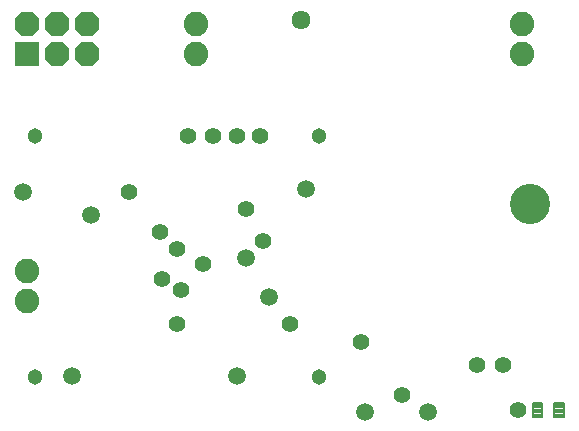
<source format=gbs>
G75*
G70*
%OFA0B0*%
%FSLAX24Y24*%
%IPPOS*%
%LPD*%
%AMOC8*
5,1,8,0,0,1.08239X$1,22.5*
%
%ADD10C,0.1340*%
%ADD11C,0.0513*%
%ADD12R,0.0820X0.0820*%
%ADD13OC8,0.0820*%
%ADD14C,0.0820*%
%ADD15C,0.0083*%
%ADD16C,0.0595*%
%ADD17C,0.0634*%
%ADD18C,0.0556*%
D10*
X017660Y008121D03*
D11*
X001186Y002356D03*
X010635Y002356D03*
X010635Y010387D03*
X001186Y010387D03*
D12*
X000910Y013121D03*
D13*
X001910Y013121D03*
X002910Y013121D03*
X002910Y014121D03*
X001910Y014121D03*
X000910Y014121D03*
D14*
X006535Y014121D03*
X006535Y013121D03*
X000910Y005871D03*
X000910Y004871D03*
X017410Y013121D03*
X017410Y014121D03*
D15*
X017775Y001011D02*
X018087Y001011D01*
X017775Y001011D02*
X017775Y001481D01*
X018087Y001481D01*
X018087Y001011D01*
X018087Y001093D02*
X017775Y001093D01*
X017775Y001175D02*
X018087Y001175D01*
X018087Y001257D02*
X017775Y001257D01*
X017775Y001339D02*
X018087Y001339D01*
X018087Y001421D02*
X017775Y001421D01*
X018484Y001011D02*
X018796Y001011D01*
X018484Y001011D02*
X018484Y001481D01*
X018796Y001481D01*
X018796Y001011D01*
X018796Y001093D02*
X018484Y001093D01*
X018484Y001175D02*
X018796Y001175D01*
X018796Y001257D02*
X018484Y001257D01*
X018484Y001339D02*
X018796Y001339D01*
X018796Y001421D02*
X018484Y001421D01*
D16*
X014285Y001184D03*
X012160Y001184D03*
X007910Y002371D03*
X008973Y004996D03*
X008223Y006309D03*
X010223Y008621D03*
X003035Y007746D03*
X000785Y008496D03*
X002410Y002371D03*
D17*
X010035Y014246D03*
D18*
X008660Y010371D03*
X007910Y010371D03*
X007098Y010371D03*
X006285Y010371D03*
X004310Y008496D03*
X005349Y007183D03*
X005910Y006621D03*
X006785Y006121D03*
X006035Y005246D03*
X005410Y005621D03*
X005910Y004121D03*
X009660Y004121D03*
X012035Y003496D03*
X013410Y001746D03*
X015910Y002746D03*
X016785Y002746D03*
X017285Y001246D03*
X008785Y006871D03*
X008223Y007934D03*
M02*

</source>
